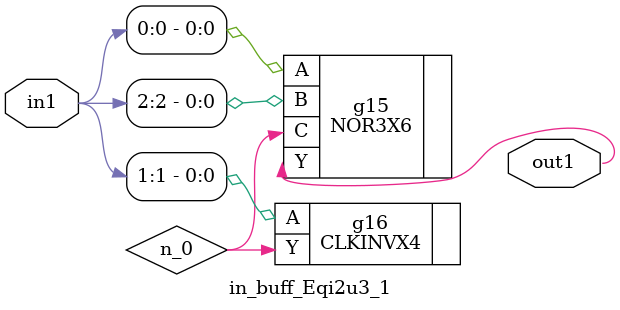
<source format=v>
`timescale 1ps / 1ps


module in_buff_Eqi2u3_1(in1, out1);
  input [2:0] in1;
  output out1;
  wire [2:0] in1;
  wire out1;
  wire n_0;
  NOR3X6 g15(.A (in1[0]), .B (in1[2]), .C (n_0), .Y (out1));
  CLKINVX4 g16(.A (in1[1]), .Y (n_0));
endmodule



</source>
